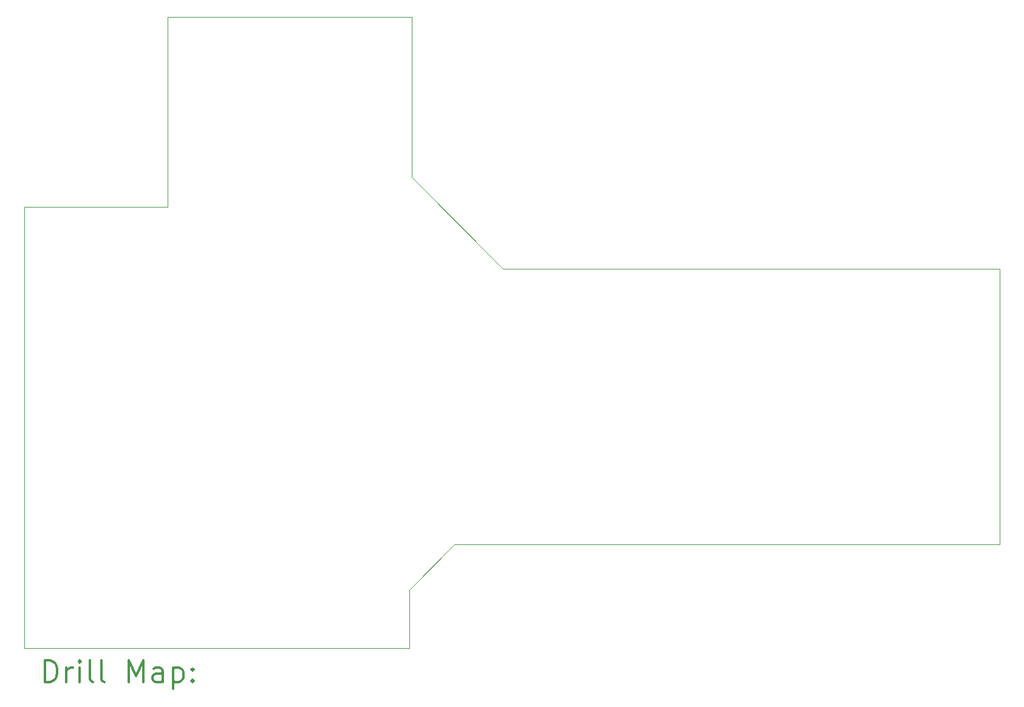
<source format=gbr>
%FSLAX45Y45*%
G04 Gerber Fmt 4.5, Leading zero omitted, Abs format (unit mm)*
G04 Created by KiCad (PCBNEW (5.1.5)-3) date 2021-09-12 14:12:53*
%MOMM*%
%LPD*%
G04 APERTURE LIST*
%TA.AperFunction,Profile*%
%ADD10C,0.050000*%
%TD*%
%ADD11C,0.200000*%
%ADD12C,0.300000*%
G04 APERTURE END LIST*
D10*
X6938000Y-9548000D02*
X6938000Y-6896000D01*
X10342000Y-6896000D02*
X6938000Y-6896000D01*
X10342000Y-9132000D02*
X10342000Y-6896000D01*
X11617000Y-10407000D02*
X10342000Y-9132000D01*
X18538000Y-10407000D02*
X11617000Y-10407000D01*
X18538000Y-14256000D02*
X18538000Y-10407000D01*
X18499000Y-14256000D02*
X18538000Y-14256000D01*
X11033000Y-14256000D02*
X18499000Y-14256000D01*
X10309000Y-15704000D02*
X4947000Y-15704000D01*
X10309000Y-14886000D02*
X10309000Y-15704000D01*
X10939000Y-14256000D02*
X10309000Y-14886000D01*
X11033000Y-14256000D02*
X10939000Y-14256000D01*
X4947000Y-9548000D02*
X6938000Y-9548000D01*
X4947000Y-15704000D02*
X4947000Y-9548000D01*
D11*
D12*
X5230928Y-16172214D02*
X5230928Y-15872214D01*
X5302357Y-15872214D01*
X5345214Y-15886500D01*
X5373786Y-15915071D01*
X5388071Y-15943643D01*
X5402357Y-16000786D01*
X5402357Y-16043643D01*
X5388071Y-16100786D01*
X5373786Y-16129357D01*
X5345214Y-16157929D01*
X5302357Y-16172214D01*
X5230928Y-16172214D01*
X5530928Y-16172214D02*
X5530928Y-15972214D01*
X5530928Y-16029357D02*
X5545214Y-16000786D01*
X5559500Y-15986500D01*
X5588071Y-15972214D01*
X5616643Y-15972214D01*
X5716643Y-16172214D02*
X5716643Y-15972214D01*
X5716643Y-15872214D02*
X5702357Y-15886500D01*
X5716643Y-15900786D01*
X5730928Y-15886500D01*
X5716643Y-15872214D01*
X5716643Y-15900786D01*
X5902357Y-16172214D02*
X5873786Y-16157929D01*
X5859500Y-16129357D01*
X5859500Y-15872214D01*
X6059500Y-16172214D02*
X6030928Y-16157929D01*
X6016643Y-16129357D01*
X6016643Y-15872214D01*
X6402357Y-16172214D02*
X6402357Y-15872214D01*
X6502357Y-16086500D01*
X6602357Y-15872214D01*
X6602357Y-16172214D01*
X6873786Y-16172214D02*
X6873786Y-16015071D01*
X6859500Y-15986500D01*
X6830928Y-15972214D01*
X6773786Y-15972214D01*
X6745214Y-15986500D01*
X6873786Y-16157929D02*
X6845214Y-16172214D01*
X6773786Y-16172214D01*
X6745214Y-16157929D01*
X6730928Y-16129357D01*
X6730928Y-16100786D01*
X6745214Y-16072214D01*
X6773786Y-16057929D01*
X6845214Y-16057929D01*
X6873786Y-16043643D01*
X7016643Y-15972214D02*
X7016643Y-16272214D01*
X7016643Y-15986500D02*
X7045214Y-15972214D01*
X7102357Y-15972214D01*
X7130928Y-15986500D01*
X7145214Y-16000786D01*
X7159500Y-16029357D01*
X7159500Y-16115071D01*
X7145214Y-16143643D01*
X7130928Y-16157929D01*
X7102357Y-16172214D01*
X7045214Y-16172214D01*
X7016643Y-16157929D01*
X7288071Y-16143643D02*
X7302357Y-16157929D01*
X7288071Y-16172214D01*
X7273786Y-16157929D01*
X7288071Y-16143643D01*
X7288071Y-16172214D01*
X7288071Y-15986500D02*
X7302357Y-16000786D01*
X7288071Y-16015071D01*
X7273786Y-16000786D01*
X7288071Y-15986500D01*
X7288071Y-16015071D01*
M02*

</source>
